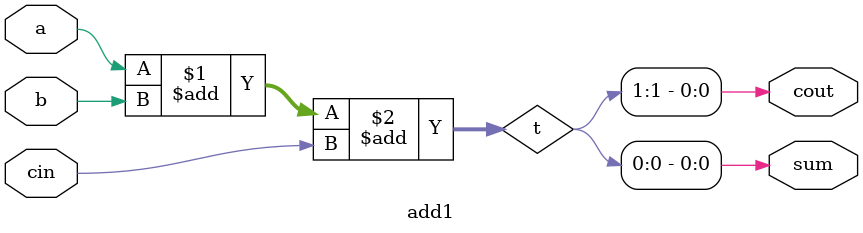
<source format=v>
module top_module (
    input [31:0] a,
    input [31:0] b,
    output [31:0] sum
);//

    wire [15:0] low_sum; 
    wire low_cout; 
    
    add16 low ( .a(a[15:0]), .b(b[15:0]), .cin(0), .sum(low_sum), .cout(low_cout) ); 
    wire [15:0] high_sum; 
    wire high_cout; 
    
    add16 high ( .a(a[31:16]), .b(b[31:16]), .cin(low_cout), .sum(high_sum), .cout(high_cout) ); 
    
    assign sum = {high_sum, low_sum};
    
endmodule

module add1 ( input a, input b, input cin,   output sum, output cout );

// Full adder module here
    wire [1:0] t;
    assign t = a + b + cin;
    assign sum = t[0];
    assign cout = t[1];
    

endmodule

</source>
